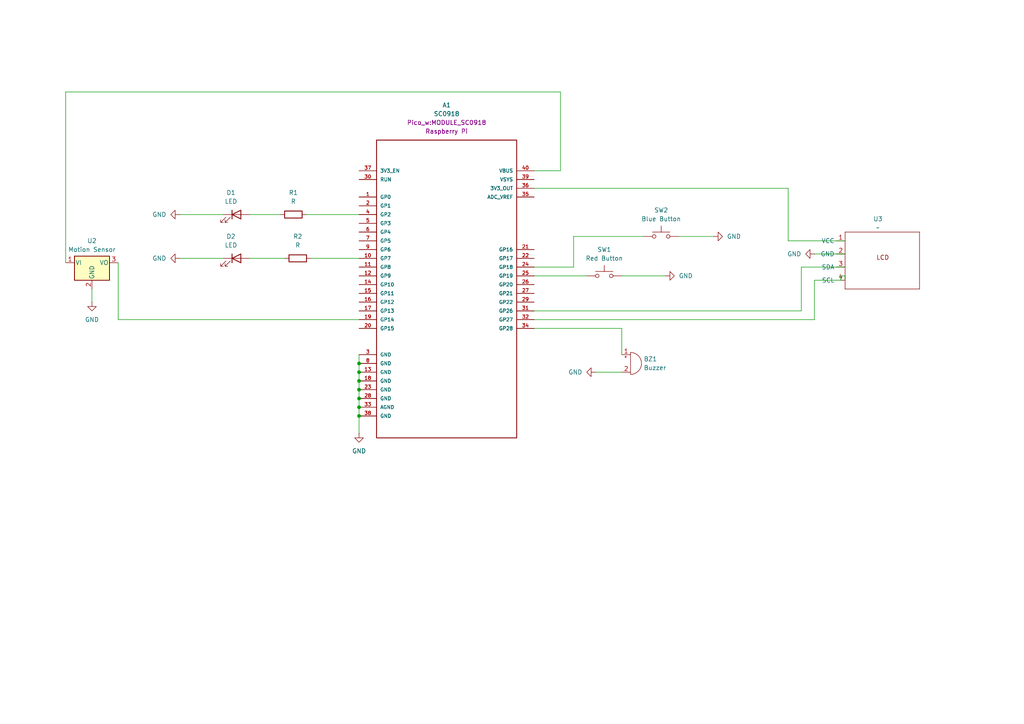
<source format=kicad_sch>
(kicad_sch (version 20231120) (generator "eeschema") (generator_version "8.0")
  (paper "A4")
  (lib_symbols
    (symbol "Device:Buzzer" (pin_names (offset 0.0254) hide)
      (property "Reference" "BZ" (at 3.81 1.27 0))
      (property "Value" "Buzzer" (at 3.81 -1.27 0))
      (symbol "Buzzer_0_1"
        (arc (start 0 -3.175) (mid 3.1612 0) (end 0 3.175))
        (polyline (pts (xy -1.651 1.905) (xy -1.143 1.905)))
        (polyline (pts (xy -1.397 2.159) (xy -1.397 1.651)))
        (polyline (pts (xy 0 3.175) (xy 0 -3.175)))
      )
      (symbol "Buzzer_1_1"
        (pin passive line (at -2.54 2.54 0) (length 2.54) (name "+") (number "1"))
        (pin passive line (at -2.54 -2.54 0) (length 2.54) (name "-") (number "2"))
      )
    )
    (symbol "Device:LED" (pin_numbers hide) (pin_names (offset 1.016) hide)
      (property "Reference" "D" (at 0 2.54 0))
      (property "Value" "LED" (at 0 -2.54 0))
      (symbol "LED_0_1"
        (polyline (pts (xy -1.27 -1.27) (xy -1.27 1.27)) (stroke (width 0.254)))
        (polyline (pts (xy -1.27 0) (xy 1.27 0)))
        (polyline (pts (xy 1.27 -1.27) (xy 1.27 1.27) (xy -1.27 0) (xy 1.27 -1.27)) (stroke (width 0.254)))
        (polyline (pts (xy -3.048 -0.762) (xy -4.572 -2.286) (xy -3.81 -2.286) (xy -4.572 -2.286) (xy -4.572 -1.524)))
        (polyline (pts (xy -1.778 -0.762) (xy -3.302 -2.286) (xy -2.54 -2.286) (xy -3.302 -2.286) (xy -3.302 -1.524)))
      )
      (symbol "LED_1_1"
        (pin passive line (at -3.81 0 0) (length 2.54) (name "K") (number "1"))
        (pin passive line (at 3.81 0 180) (length 2.54) (name "A") (number "2"))
      )
    )
    (symbol "Device:R" (pin_numbers hide) (pin_names (offset 0))
      (property "Reference" "R" (at 2.032 0 90))
      (property "Value" "R" (at 0 0 90))
      (symbol "R_0_1"
        (rectangle (start -1.016 -2.54) (end 1.016 2.54) (stroke (width 0.254)))
      )
      (symbol "R_1_1"
        (pin passive line (at 0 3.81 270) (length 1.27) (name "~") (number "1"))
        (pin passive line (at 0 -3.81 90) (length 1.27) (name "~") (number "2"))
      )
    )
    (symbol "Pico_w:LCD_I2C"
      (property "Reference" "U" (at 0 0 0))
      (symbol "LCD_I2C_0_1"
        (rectangle (start -12.7 -3.81) (end 8.89 -3.81))
        (rectangle (start -12.7 12.7) (end -12.7 -3.81))
        (rectangle (start 8.89 -3.81) (end 8.89 12.7))
        (rectangle (start 8.89 12.7) (end -12.7 12.7))
      )
      (symbol "LCD_I2C_1_1"
        (text "LCD\n" (at -1.778 5.334 0) (effects (font (size 1.27 1.27))))
        (pin input line (at -12.7 10.16 180) (length 2.54) (name "VCC") (number "1"))
        (pin input line (at -12.7 6.35 180) (length 2.54) (name "GND") (number "2"))
        (pin input line (at -12.7 2.54 180) (length 2.54) (name "SDA") (number "3"))
        (pin input line (at -12.7 -1.27 180) (length 2.54) (name "SCL") (number "4"))
      )
    )
    (symbol "Pico_w:SC0918" (pin_names (offset 1.016))
      (property "Reference" "A1" (at 0 58.42 0))
      (property "Value" "SC0918" (at 0 55.88 0))
      (property "Footprint" "Pico_w:MODULE_SC0918" (at -12.7 -46.99 0))
      (property "manufacturer" "Raspberry Pi" (at 0 53.34 0))
      (symbol "SC0918_0_0"
        (rectangle (start -20.32 -43.18) (end 20.32 43.18) (stroke (width 0.254)))
        (pin bidirectional line (at -25.4 26.67 0) (length 5.08) (name "GP0") (number "1"))
        (pin bidirectional line (at -25.4 8.89 0) (length 5.08) (name "GP7") (number "10"))
        (pin bidirectional line (at -25.4 6.35 0) (length 5.08) (name "GP8") (number "11"))
        (pin bidirectional line (at -25.4 3.81 0) (length 5.08) (name "GP9") (number "12"))
        (pin power_in line (at -25.4 -24.13 0) (length 5.08) (name "GND") (number "13"))
        (pin bidirectional line (at -25.4 1.27 0) (length 5.08) (name "GP10") (number "14"))
        (pin bidirectional line (at -25.4 -1.27 0) (length 5.08) (name "GP11") (number "15"))
        (pin bidirectional line (at -25.4 -3.81 0) (length 5.08) (name "GP12") (number "16"))
        (pin bidirectional line (at -25.4 -6.35 0) (length 5.08) (name "GP13") (number "17"))
        (pin power_in line (at -25.4 -26.67 0) (length 5.08) (name "GND") (number "18"))
        (pin bidirectional line (at -25.4 -8.89 0) (length 5.08) (name "GP14") (number "19"))
        (pin bidirectional line (at -25.4 24.13 0) (length 5.08) (name "GP1") (number "2"))
        (pin bidirectional line (at -25.4 -11.43 0) (length 5.08) (name "GP15") (number "20"))
        (pin bidirectional line (at 25.4 11.43 180) (length 5.08) (name "GP16") (number "21"))
        (pin bidirectional line (at 25.4 8.89 180) (length 5.08) (name "GP17") (number "22"))
        (pin power_in line (at -25.4 -29.21 0) (length 5.08) (name "GND") (number "23"))
        (pin bidirectional line (at 25.4 6.35 180) (length 5.08) (name "GP18") (number "24"))
        (pin bidirectional line (at 25.4 3.81 180) (length 5.08) (name "GP19") (number "25"))
        (pin bidirectional line (at 25.4 1.27 180) (length 5.08) (name "GP20") (number "26"))
        (pin bidirectional line (at 25.4 -1.27 180) (length 5.08) (name "GP21") (number "27"))
        (pin power_in line (at -25.4 -31.75 0) (length 5.08) (name "GND") (number "28"))
        (pin bidirectional line (at 25.4 -3.81 180) (length 5.08) (name "GP22") (number "29"))
        (pin power_in line (at -25.4 -19.05 0) (length 5.08) (name "GND") (number "3"))
        (pin input line (at -25.4 31.75 0) (length 5.08) (name "RUN") (number "30"))
        (pin bidirectional line (at 25.4 -6.35 180) (length 5.08) (name "GP26") (number "31"))
        (pin bidirectional line (at 25.4 -8.89 180) (length 5.08) (name "GP27") (number "32"))
        (pin power_in line (at -25.4 -34.29 0) (length 5.08) (name "AGND") (number "33"))
        (pin bidirectional line (at 25.4 -11.43 180) (length 5.08) (name "GP28") (number "34"))
        (pin power_in line (at 25.4 26.67 180) (length 5.08) (name "ADC_VREF") (number "35"))
        (pin power_in line (at 25.4 29.21 180) (length 5.08) (name "3V3_OUT") (number "36"))
        (pin input line (at -25.4 34.29 0) (length 5.08) (name "3V3_EN") (number "37"))
        (pin power_in line (at -25.4 -36.83 0) (length 5.08) (name "GND") (number "38"))
        (pin free line (at 25.4 31.75 180) (length 5.08) (name "VSYS") (number "39"))
        (pin bidirectional line (at -25.4 21.59 0) (length 5.08) (name "GP2") (number "4"))
        (pin free line (at 25.4 34.29 180) (length 5.08) (name "VBUS") (number "40"))
        (pin bidirectional line (at -25.4 19.05 0) (length 5.08) (name "GP3") (number "5"))
        (pin bidirectional line (at -25.4 16.51 0) (length 5.08) (name "GP4") (number "6"))
        (pin bidirectional line (at -25.4 13.97 0) (length 5.08) (name "GP5") (number "7"))
        (pin power_in line (at -25.4 -21.59 0) (length 5.08) (name "GND") (number "8"))
        (pin bidirectional line (at -25.4 11.43 0) (length 5.08) (name "GP6") (number "9"))
      )
    )
    (symbol "Regulator_Linear:LM7805_TO220" (pin_names (offset 0.254))
      (property "Reference" "U" (at -3.81 3.175 0))
      (property "Value" "LM7805_TO220" (at 0 3.175 0))
      (symbol "LM7805_TO220_0_1"
        (rectangle (start -5.08 1.905) (end 5.08 -5.08) (stroke (width 0.254)) (fill (type background)))
      )
      (symbol "LM7805_TO220_1_1"
        (pin power_in line (at -7.62 0 0) (length 2.54) (name "VI") (number "1"))
        (pin power_in line (at 0 -7.62 90) (length 2.54) (name "GND") (number "2"))
        (pin power_out line (at 7.62 0 180) (length 2.54) (name "VO") (number "3"))
      )
    )
    (symbol "Switch:SW_Push" (pin_numbers hide) (pin_names (offset 1.016) hide)
      (property "Reference" "SW" (at 1.27 2.54 0))
      (property "Value" "SW_Push" (at 0 -1.524 0))
      (symbol "SW_Push_0_1"
        (circle (center -2.032 0) (radius 0.508))
        (polyline (pts (xy 0 1.27) (xy 0 3.048)))
        (polyline (pts (xy 2.54 1.27) (xy -2.54 1.27)))
        (circle (center 2.032 0) (radius 0.508))
        (pin passive line (at -5.08 0 0) (length 2.54) (name "1") (number "1"))
        (pin passive line (at 5.08 0 180) (length 2.54) (name "2") (number "2"))
      )
    )
    (symbol "power:GND" (power) (pin_numbers hide) (pin_names (offset 0) hide)
      (property "Value" "GND" (at 0 -3.81 0))
      (symbol "GND_0_1"
        (polyline (pts (xy 0 0) (xy 0 -1.27) (xy 1.27 -1.27) (xy 0 -2.54) (xy -1.27 -1.27) (xy 0 -1.27)))
      )
      (symbol "GND_1_1"
        (pin power_in line (at 0 0 270) (length 0) (name "~") (number "1"))
      )
    )
  )
  (junction (at 104.14 113.03))
  (junction (at 104.14 105.41))
  (junction (at 104.14 115.57))
  (junction (at 104.14 107.95))
  (junction (at 104.14 110.49))
  (junction (at 104.14 120.65))
  (junction (at 104.14 118.11))
  (wire (pts (xy 19.05 76.2) (xy 19.05 26.67)))
  (wire (pts (xy 72.39 74.93) (xy 82.55 74.93)))
  (wire (pts (xy 162.56 49.53) (xy 154.94 49.53)))
  (wire (pts (xy 104.14 120.65) (xy 104.14 125.73)))
  (wire (pts (xy 245.11 80.01) (xy 245.11 81.28)))
  (wire (pts (xy 154.94 80.01) (xy 170.18 80.01)))
  (wire (pts (xy 104.14 105.41) (xy 104.14 107.95)))
  (wire (pts (xy 104.14 113.03) (xy 104.14 115.57)))
  (wire (pts (xy 154.94 95.25) (xy 180.34 95.25)))
  (wire (pts (xy 154.94 90.17) (xy 232.41 90.17)))
  (wire (pts (xy 104.14 102.87) (xy 104.14 105.41)))
  (wire (pts (xy 104.14 115.57) (xy 104.14 118.11)))
  (wire (pts (xy 232.41 77.47) (xy 232.41 90.17)))
  (wire (pts (xy 166.37 68.58) (xy 186.69 68.58)))
  (wire (pts (xy 88.9 62.23) (xy 104.14 62.23)))
  (wire (pts (xy 236.22 73.66) (xy 245.11 73.66)))
  (wire (pts (xy 26.67 83.82) (xy 26.67 87.63)))
  (wire (pts (xy 72.39 62.23) (xy 81.28 62.23)))
  (wire (pts (xy 172.72 107.95) (xy 180.34 107.95)))
  (wire (pts (xy 104.14 110.49) (xy 104.14 113.03)))
  (wire (pts (xy 236.22 81.28) (xy 236.22 92.71)))
  (wire (pts (xy 180.34 95.25) (xy 180.34 102.87)))
  (wire (pts (xy 166.37 77.47) (xy 166.37 68.58)))
  (wire (pts (xy 228.6 69.85) (xy 228.6 54.61)))
  (wire (pts (xy 34.29 92.71) (xy 104.14 92.71)))
  (wire (pts (xy 154.94 77.47) (xy 166.37 77.47)))
  (wire (pts (xy 243.84 81.28) (xy 243.84 80.01)))
  (wire (pts (xy 19.05 26.67) (xy 162.56 26.67)))
  (wire (pts (xy 180.34 80.01) (xy 193.04 80.01)))
  (wire (pts (xy 196.85 68.58) (xy 207.01 68.58)))
  (wire (pts (xy 104.14 118.11) (xy 104.14 120.65)))
  (wire (pts (xy 243.84 80.01) (xy 245.11 80.01)))
  (wire (pts (xy 52.07 74.93) (xy 64.77 74.93)))
  (wire (pts (xy 232.41 77.47) (xy 245.11 77.47)))
  (wire (pts (xy 228.6 54.61) (xy 154.94 54.61)))
  (wire (pts (xy 52.07 62.23) (xy 64.77 62.23)))
  (wire (pts (xy 90.17 74.93) (xy 104.14 74.93)))
  (wire (pts (xy 34.29 76.2) (xy 34.29 92.71)))
  (wire (pts (xy 162.56 26.67) (xy 162.56 49.53)))
  (wire (pts (xy 236.22 92.71) (xy 154.94 92.71)))
  (wire (pts (xy 243.84 81.28) (xy 236.22 81.28)))
  (wire (pts (xy 104.14 107.95) (xy 104.14 110.49)))
  (wire (pts (xy 245.11 69.85) (xy 228.6 69.85)))
  (symbol (lib_id "power:GND") (at 52.07 74.93 270) (unit 1)
    (property "Reference" "#PWR05" (effects (hide yes)))
    (property "Value" "GND" (at 48.26 74.9299 90) (effects (justify right)))
    (property "Description" "Power symbol creates a global label with name \"GND\" , ground" (effects (hide yes)))
  )
  (symbol (lib_id "power:GND") (at 104.14 125.73 0) (unit 1)
    (property "Reference" "#PWR03" (effects (hide yes)))
    (property "Value" "GND" (at 104.14 130.81 0))
    (property "Description" "Power symbol creates a global label with name \"GND\" , ground" (effects (hide yes)))
  )
  (symbol (lib_id "Device:LED") (at 68.58 62.23 0) (unit 1)
    (property "Reference" "D1" (at 66.9925 55.88 0))
    (property "Value" "LED" (at 66.9925 58.42 0))
    (property "Description" "Light emitting diode" (effects (hide yes)))
  )
  (symbol (lib_id "Switch:SW_Push") (at 191.77 68.58 0) (unit 1)
    (property "Reference" "SW2" (at 191.77 60.96 0))
    (property "Value" "Blue Button" (at 191.77 63.5 0))
    (property "Description" "Push button switch, generic, two pins" (effects (hide yes)))
  )
  (symbol (lib_id "power:GND") (at 26.67 87.63 0) (unit 1)
    (property "Reference" "#PWR01" (effects (hide yes)))
    (property "Value" "GND" (at 26.67 92.71 0))
    (property "Description" "Power symbol creates a global label with name \"GND\" , ground" (effects (hide yes)))
  )
  (symbol (lib_id "power:GND") (at 52.07 62.23 270) (unit 1)
    (property "Reference" "#PWR04" (effects (hide yes)))
    (property "Value" "GND" (at 48.26 62.2299 90) (effects (justify right)))
    (property "Description" "Power symbol creates a global label with name \"GND\" , ground" (effects (hide yes)))
  )
  (symbol (lib_id "power:GND") (at 207.01 68.58 90) (unit 1)
    (property "Reference" "#PWR06" (effects (hide yes)))
    (property "Value" "GND" (at 210.82 68.5799 90) (effects (justify right)))
    (property "Description" "Power symbol creates a global label with name \"GND\" , ground" (effects (hide yes)))
  )
  (symbol (lib_id "power:GND") (at 193.04 80.01 90) (unit 1)
    (property "Reference" "#PWR07" (effects (hide yes)))
    (property "Value" "GND" (at 196.85 80.0099 90) (effects (justify right)))
    (property "Description" "Power symbol creates a global label with name \"GND\" , ground" (effects (hide yes)))
  )
  (symbol (lib_id "Pico_w:LCD_I2C") (at 257.81 80.01 0) (unit 1)
    (property "Reference" "U3" (at 254.635 63.5 0))
    (property "Value" "~" (at 254.635 66.04 0))
  )
  (symbol (lib_id "Device:Buzzer") (at 182.88 105.41 0) (unit 1)
    (property "Reference" "BZ1" (at 186.69 104.1399 0) (effects (justify left)))
    (property "Value" "Buzzer" (at 186.69 106.6799 0) (effects (justify left)))
    (property "Description" "Buzzer, polarized" (effects (hide yes)))
  )
  (symbol (lib_id "Device:LED") (at 68.58 74.93 0) (unit 1)
    (property "Reference" "D2" (at 66.9925 68.58 0))
    (property "Value" "LED" (at 66.9925 71.12 0))
    (property "Description" "Light emitting diode" (effects (hide yes)))
  )
  (symbol (lib_id "power:GND") (at 236.22 73.66 270) (unit 1)
    (property "Reference" "#PWR02" (effects (hide yes)))
    (property "Value" "GND" (at 232.41 73.6599 90) (effects (justify right)))
    (property "Description" "Power symbol creates a global label with name \"GND\" , ground" (effects (hide yes)))
  )
  (symbol (lib_id "Device:R") (at 86.36 74.93 90) (unit 1)
    (property "Reference" "R2" (at 86.36 68.58 90))
    (property "Value" "R" (at 86.36 71.12 90))
    (property "Description" "Resistor" (effects (hide yes)))
  )
  (symbol (lib_id "power:GND") (at 172.72 107.95 270) (unit 1)
    (property "Reference" "#PWR08" (effects (hide yes)))
    (property "Value" "GND" (at 168.91 107.9499 90) (effects (justify right)))
    (property "Description" "Power symbol creates a global label with name \"GND\" , ground" (effects (hide yes)))
  )
  (symbol (lib_id "Regulator_Linear:LM7805_TO220") (at 26.67 76.2 0) (unit 1)
    (property "Reference" "U2" (at 26.67 69.85 0))
    (property "Value" "Motion Sensor" (at 26.67 72.39 0))
    (property "Footprint" "Package_TO_SOT_THT:TO-220-3_Vertical" (effects (hide yes)))
    (property "Datasheet" "https://www.onsemi.cn/PowerSolutions/document/MC7800-D.PDF" (effects (hide yes)))
    (property "Description" "Positive 1A 35V Linear Regulator, Fixed Output 5V, TO-220" (effects (hide yes)))
  )
  (symbol (lib_id "Device:R") (at 85.09 62.23 90) (unit 1)
    (property "Reference" "R1" (at 85.09 55.88 90))
    (property "Value" "R" (at 85.09 58.42 90))
    (property "Description" "Resistor" (effects (hide yes)))
  )
  (symbol (lib_id "Pico_w:SC0918") (at 129.54 83.82 0) (unit 1)
    (property "Reference" "A1" (at 129.54 30.48 0))
    (property "Value" "SC0918" (at 129.54 33.02 0))
    (property "Footprint" "Pico_w:MODULE_SC0918" (at 129.54 35.56 0))
    (property "Datasheet" "https://datasheets.raspberrypi.com/picow/pico-w-datasheet.pdf" (effects (hide yes)))
    (property "manufacturer" "Raspberry Pi" (at 129.54 38.1 0))
    (property "P/N" "SC0918" (effects (hide yes)))
    (property "PARTREV" "1.6" (effects (hide yes)))
    (property "MAXIMUM_PACKAGE_HEIGHT" "3.73mm" (effects (hide yes)))
  )
  (symbol (lib_id "Switch:SW_Push") (at 175.26 80.01 0) (unit 1)
    (property "Reference" "SW1" (at 175.26 72.39 0))
    (property "Value" "Red Button" (at 175.26 74.93 0))
    (property "Description" "Push button switch, generic, two pins" (effects (hide yes)))
  )
)
</source>
